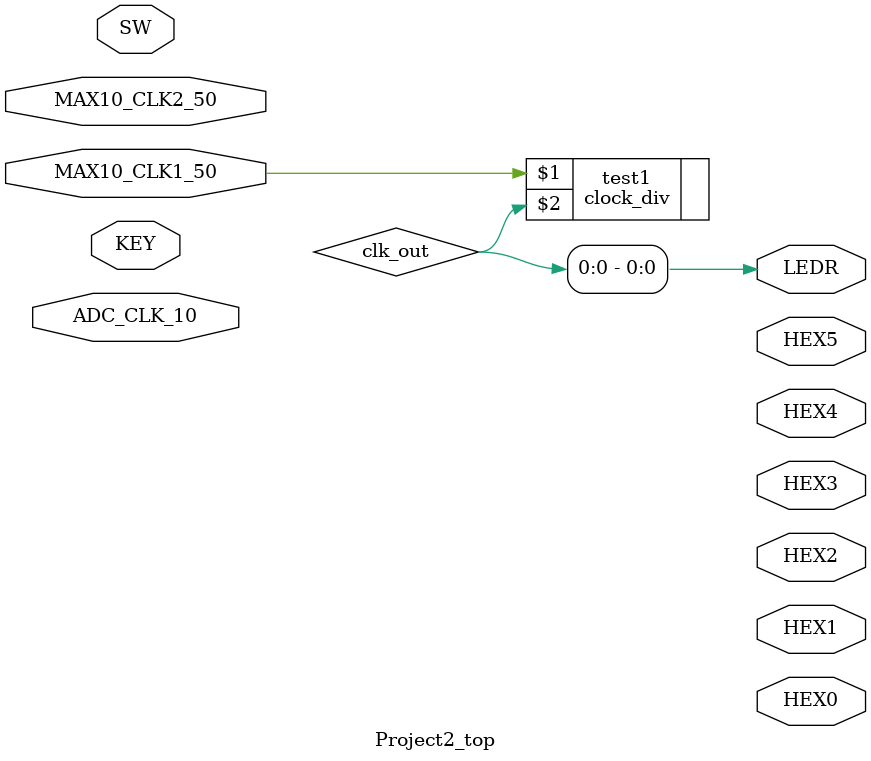
<source format=v>


module Project2_top(

	//////////// CLOCK //////////
	input 		          		ADC_CLK_10,
	input 		          		MAX10_CLK1_50,
	input 		          		MAX10_CLK2_50,

	//////////// SEG7 //////////
	output		     [7:0]		HEX0,
	output		     [7:0]		HEX1,
	output		     [7:0]		HEX2,
	output		     [7:0]		HEX3,
	output		     [7:0]		HEX4,
	output		     [7:0]		HEX5,

	//////////// KEY //////////
	input 		     [1:0]		KEY,

	//////////// LED //////////
	output		     [9:0]		LEDR,

	//////////// SW //////////
	input 		     [9:0]		SW
);



//=======================================================
//  REG/WIRE declarations
//=======================================================
wire clk_out;
			 

//	reg [2:0] currState,nextState;
//	assign LED[8:6] = currState; //display state on LEDs
//	reg [1:0] buttons;
//	wire clk_50MHZ;
//	assign clk_50MHZ = MAX10_CLK1_50;
//	wire clk_1kHz;
//	
//	reg [9:0] ReacTime;
//	reg [20:0] HEX_out;



//=======================================================
//  Structural coding
//=======================================================

//	
//	 //Button sate control
//   always @(posedge KEY[1])
//     begin
//	buttons[1] = ~buttons[1];
//     end
//   always @(posedge KEY[0])
//     begin
//		buttons[0] = ~buttons[0];
//     end
//	  
//	 detState stateMachine(buttons, clk_50MHZ,SW[9]);
//	 clk_divider(clk_50MHZ, clk_1kHZ);
//	 
//	 always @ (currState)
//		begin
//			if (currState == COUNTING) begin
//				timer Counter(clk_1kHZ, ReacTime);
//		end
//		
//		dispTime BCD(ReacTime, HEX_out);
//		
//		assign HEX0 = HEX_out[7:0];
		

	 clock_div test1(MAX10_CLK1_50, clk_out);
	 defparam test1.n = 25000000;
	 assign LEDR[0] = clk_out;
	 

	 endmodule




</source>
